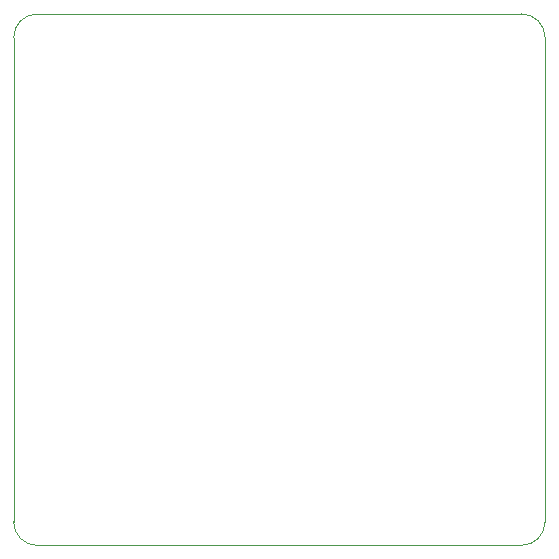
<source format=gm1>
G04 #@! TF.GenerationSoftware,KiCad,Pcbnew,8.0.5*
G04 #@! TF.CreationDate,2024-09-14T16:23:26+01:00*
G04 #@! TF.ProjectId,RS485Board,52533438-3542-46f6-9172-642e6b696361,rev?*
G04 #@! TF.SameCoordinates,Original*
G04 #@! TF.FileFunction,Profile,NP*
%FSLAX46Y46*%
G04 Gerber Fmt 4.6, Leading zero omitted, Abs format (unit mm)*
G04 Created by KiCad (PCBNEW 8.0.5) date 2024-09-14 16:23:26*
%MOMM*%
%LPD*%
G01*
G04 APERTURE LIST*
G04 #@! TA.AperFunction,Profile*
%ADD10C,0.050000*%
G04 #@! TD*
G04 APERTURE END LIST*
D10*
X92000000Y-135000000D02*
G75*
G02*
X90000000Y-133000000I0J2000000D01*
G01*
X133000000Y-135000000D02*
X92000000Y-135000000D01*
X135000000Y-92000000D02*
X135000000Y-133000000D01*
X90000000Y-133000000D02*
X90000000Y-92000000D01*
X133000000Y-90000000D02*
G75*
G02*
X135000000Y-92000000I0J-2000000D01*
G01*
X92000000Y-90000000D02*
X133000000Y-90000000D01*
X90000000Y-92000000D02*
G75*
G02*
X92000000Y-90000000I2000000J0D01*
G01*
X135000000Y-133000000D02*
G75*
G02*
X133000000Y-135000000I-2000000J0D01*
G01*
M02*

</source>
